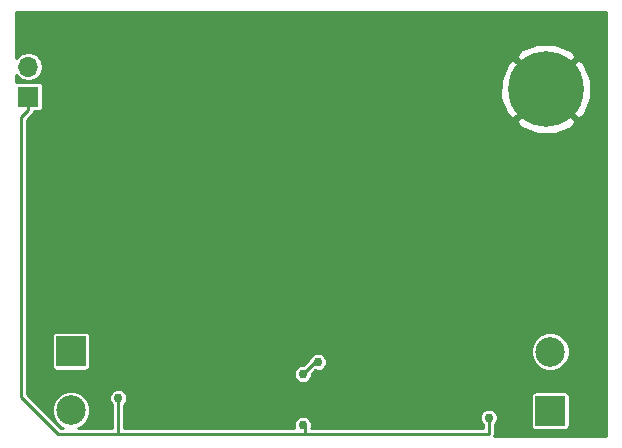
<source format=gbr>
G04 #@! TF.FileFunction,Copper,L2,Bot,Signal*
%FSLAX46Y46*%
G04 Gerber Fmt 4.6, Leading zero omitted, Abs format (unit mm)*
G04 Created by KiCad (PCBNEW 4.0.6) date Mon Mar 27 12:46:35 2017*
%MOMM*%
%LPD*%
G01*
G04 APERTURE LIST*
%ADD10C,0.088900*%
%ADD11R,1.700000X1.700000*%
%ADD12O,1.700000X1.700000*%
%ADD13C,2.500000*%
%ADD14R,2.500000X2.500000*%
%ADD15C,6.400000*%
%ADD16C,0.754380*%
%ADD17C,0.254000*%
G04 APERTURE END LIST*
D10*
D11*
X102870000Y-85090000D03*
D12*
X102870000Y-82550000D03*
D13*
X106476800Y-111654600D03*
D14*
X106476800Y-106654600D03*
D13*
X147066000Y-106680000D03*
D14*
X147066000Y-111680000D03*
D15*
X146685000Y-84455000D03*
D16*
X130625543Y-107596095D03*
X123443649Y-108914684D03*
X131191000Y-94361000D03*
X139192000Y-112522000D03*
X139192000Y-104394000D03*
X114808000Y-104648000D03*
X114681000Y-112268000D03*
X130505200Y-99314001D03*
X124358399Y-96113602D03*
X127381000Y-107569000D03*
X126111000Y-108585000D03*
X126111000Y-112903000D03*
X141859000Y-112268000D03*
X110490000Y-110617000D03*
D17*
X127127000Y-107569000D02*
X127381000Y-107569000D01*
X126111000Y-108585000D02*
X127127000Y-107569000D01*
X126111000Y-113665000D02*
X126365000Y-113665000D01*
X126365000Y-113665000D02*
X128016000Y-113665000D01*
X126318010Y-112983010D02*
X126318010Y-113516437D01*
X126318010Y-113516437D02*
X126365000Y-113563427D01*
X126365000Y-113563427D02*
X126365000Y-113665000D01*
X102870000Y-85090000D02*
X102870000Y-86194000D01*
X102870000Y-86194000D02*
X102235000Y-86829000D01*
X102235000Y-86829000D02*
X102235000Y-92710000D01*
X102235000Y-92710000D02*
X102235000Y-110490000D01*
X141859000Y-112268000D02*
X141859000Y-113665000D01*
X141859000Y-113665000D02*
X128016000Y-113665000D01*
X105410000Y-113665000D02*
X110490000Y-113665000D01*
X110490000Y-113665000D02*
X124714000Y-113665000D01*
X110490000Y-110617000D02*
X110490000Y-113665000D01*
X124714000Y-113665000D02*
X126111000Y-113665000D01*
X104954401Y-113209401D02*
X105410000Y-113665000D01*
X102235000Y-110490000D02*
X104954401Y-113209401D01*
G36*
X151740800Y-113818600D02*
X142336447Y-113818600D01*
X142367000Y-113665000D01*
X142367000Y-112832194D01*
X142501388Y-112698041D01*
X142617058Y-112419475D01*
X142617321Y-112117848D01*
X142502137Y-111839081D01*
X142289041Y-111625612D01*
X142010475Y-111509942D01*
X141708848Y-111509679D01*
X141430081Y-111624863D01*
X141216612Y-111837959D01*
X141100942Y-112116525D01*
X141100679Y-112418152D01*
X141215863Y-112696919D01*
X141351000Y-112832293D01*
X141351000Y-113157000D01*
X126826486Y-113157000D01*
X126869058Y-113054475D01*
X126869321Y-112752848D01*
X126754137Y-112474081D01*
X126541041Y-112260612D01*
X126262475Y-112144942D01*
X125960848Y-112144679D01*
X125682081Y-112259863D01*
X125468612Y-112472959D01*
X125352942Y-112751525D01*
X125352679Y-113053152D01*
X125395588Y-113157000D01*
X110998000Y-113157000D01*
X110998000Y-111181194D01*
X111132388Y-111047041D01*
X111248058Y-110768475D01*
X111248321Y-110466848D01*
X111233096Y-110430000D01*
X145427536Y-110430000D01*
X145427536Y-112930000D01*
X145454103Y-113071190D01*
X145537546Y-113200865D01*
X145664866Y-113287859D01*
X145816000Y-113318464D01*
X148316000Y-113318464D01*
X148457190Y-113291897D01*
X148586865Y-113208454D01*
X148673859Y-113081134D01*
X148704464Y-112930000D01*
X148704464Y-110430000D01*
X148677897Y-110288810D01*
X148594454Y-110159135D01*
X148467134Y-110072141D01*
X148316000Y-110041536D01*
X145816000Y-110041536D01*
X145674810Y-110068103D01*
X145545135Y-110151546D01*
X145458141Y-110278866D01*
X145427536Y-110430000D01*
X111233096Y-110430000D01*
X111133137Y-110188081D01*
X110920041Y-109974612D01*
X110641475Y-109858942D01*
X110339848Y-109858679D01*
X110061081Y-109973863D01*
X109847612Y-110186959D01*
X109731942Y-110465525D01*
X109731679Y-110767152D01*
X109846863Y-111045919D01*
X109982000Y-111181293D01*
X109982000Y-113157000D01*
X107111722Y-113157000D01*
X107399480Y-113038101D01*
X107858688Y-112579693D01*
X108107516Y-111980449D01*
X108108082Y-111331597D01*
X107860301Y-110731920D01*
X107401893Y-110272712D01*
X106802649Y-110023884D01*
X106153797Y-110023318D01*
X105554120Y-110271099D01*
X105094912Y-110729507D01*
X104846084Y-111328751D01*
X104845518Y-111977603D01*
X105093299Y-112577280D01*
X105551707Y-113036488D01*
X105841932Y-113157000D01*
X105620420Y-113157000D01*
X102743000Y-110279580D01*
X102743000Y-108735152D01*
X125352679Y-108735152D01*
X125467863Y-109013919D01*
X125680959Y-109227388D01*
X125959525Y-109343058D01*
X126261152Y-109343321D01*
X126539919Y-109228137D01*
X126753388Y-109015041D01*
X126869058Y-108736475D01*
X126869225Y-108545195D01*
X127129073Y-108285347D01*
X127229525Y-108327058D01*
X127531152Y-108327321D01*
X127809919Y-108212137D01*
X128023388Y-107999041D01*
X128139058Y-107720475D01*
X128139321Y-107418848D01*
X128024137Y-107140081D01*
X127887299Y-107003003D01*
X145434718Y-107003003D01*
X145682499Y-107602680D01*
X146140907Y-108061888D01*
X146740151Y-108310716D01*
X147389003Y-108311282D01*
X147988680Y-108063501D01*
X148447888Y-107605093D01*
X148696716Y-107005849D01*
X148697282Y-106356997D01*
X148449501Y-105757320D01*
X147991093Y-105298112D01*
X147391849Y-105049284D01*
X146742997Y-105048718D01*
X146143320Y-105296499D01*
X145684112Y-105754907D01*
X145435284Y-106354151D01*
X145434718Y-107003003D01*
X127887299Y-107003003D01*
X127811041Y-106926612D01*
X127532475Y-106810942D01*
X127230848Y-106810679D01*
X126952081Y-106925863D01*
X126738612Y-107138959D01*
X126667597Y-107309983D01*
X126150735Y-107826845D01*
X125960848Y-107826679D01*
X125682081Y-107941863D01*
X125468612Y-108154959D01*
X125352942Y-108433525D01*
X125352679Y-108735152D01*
X102743000Y-108735152D01*
X102743000Y-105404600D01*
X104838336Y-105404600D01*
X104838336Y-107904600D01*
X104864903Y-108045790D01*
X104948346Y-108175465D01*
X105075666Y-108262459D01*
X105226800Y-108293064D01*
X107726800Y-108293064D01*
X107867990Y-108266497D01*
X107997665Y-108183054D01*
X108084659Y-108055734D01*
X108115264Y-107904600D01*
X108115264Y-105404600D01*
X108088697Y-105263410D01*
X108005254Y-105133735D01*
X107877934Y-105046741D01*
X107726800Y-105016136D01*
X105226800Y-105016136D01*
X105085610Y-105042703D01*
X104955935Y-105126146D01*
X104868941Y-105253466D01*
X104838336Y-105404600D01*
X102743000Y-105404600D01*
X102743000Y-87195910D01*
X144123695Y-87195910D01*
X144490640Y-87691343D01*
X145896171Y-88284736D01*
X147421793Y-88295087D01*
X148835246Y-87720819D01*
X148879360Y-87691343D01*
X149246305Y-87195910D01*
X146685000Y-84634605D01*
X144123695Y-87195910D01*
X102743000Y-87195910D01*
X102743000Y-87039420D01*
X103229211Y-86553210D01*
X103339331Y-86388403D01*
X103351254Y-86328464D01*
X103720000Y-86328464D01*
X103861190Y-86301897D01*
X103990865Y-86218454D01*
X104077859Y-86091134D01*
X104108464Y-85940000D01*
X104108464Y-85191793D01*
X142844913Y-85191793D01*
X143419181Y-86605246D01*
X143448657Y-86649360D01*
X143944090Y-87016305D01*
X146505395Y-84455000D01*
X146864605Y-84455000D01*
X149425910Y-87016305D01*
X149921343Y-86649360D01*
X150514736Y-85243829D01*
X150525087Y-83718207D01*
X149950819Y-82304754D01*
X149921343Y-82260640D01*
X149425910Y-81893695D01*
X146864605Y-84455000D01*
X146505395Y-84455000D01*
X143944090Y-81893695D01*
X143448657Y-82260640D01*
X142855264Y-83666171D01*
X142844913Y-85191793D01*
X104108464Y-85191793D01*
X104108464Y-84240000D01*
X104081897Y-84098810D01*
X103998454Y-83969135D01*
X103871134Y-83882141D01*
X103720000Y-83851536D01*
X102020000Y-83851536D01*
X101878810Y-83878103D01*
X101852800Y-83894840D01*
X101852800Y-83236912D01*
X101975435Y-83420448D01*
X102374800Y-83687296D01*
X102845883Y-83781000D01*
X102894117Y-83781000D01*
X103365200Y-83687296D01*
X103764565Y-83420448D01*
X104031413Y-83021083D01*
X104125117Y-82550000D01*
X104031413Y-82078917D01*
X103787643Y-81714090D01*
X144123695Y-81714090D01*
X146685000Y-84275395D01*
X149246305Y-81714090D01*
X148879360Y-81218657D01*
X147473829Y-80625264D01*
X145948207Y-80614913D01*
X144534754Y-81189181D01*
X144490640Y-81218657D01*
X144123695Y-81714090D01*
X103787643Y-81714090D01*
X103764565Y-81679552D01*
X103365200Y-81412704D01*
X102894117Y-81319000D01*
X102845883Y-81319000D01*
X102374800Y-81412704D01*
X101975435Y-81679552D01*
X101852800Y-81863088D01*
X101852800Y-77926000D01*
X151740800Y-77926000D01*
X151740800Y-113818600D01*
X151740800Y-113818600D01*
G37*
X151740800Y-113818600D02*
X142336447Y-113818600D01*
X142367000Y-113665000D01*
X142367000Y-112832194D01*
X142501388Y-112698041D01*
X142617058Y-112419475D01*
X142617321Y-112117848D01*
X142502137Y-111839081D01*
X142289041Y-111625612D01*
X142010475Y-111509942D01*
X141708848Y-111509679D01*
X141430081Y-111624863D01*
X141216612Y-111837959D01*
X141100942Y-112116525D01*
X141100679Y-112418152D01*
X141215863Y-112696919D01*
X141351000Y-112832293D01*
X141351000Y-113157000D01*
X126826486Y-113157000D01*
X126869058Y-113054475D01*
X126869321Y-112752848D01*
X126754137Y-112474081D01*
X126541041Y-112260612D01*
X126262475Y-112144942D01*
X125960848Y-112144679D01*
X125682081Y-112259863D01*
X125468612Y-112472959D01*
X125352942Y-112751525D01*
X125352679Y-113053152D01*
X125395588Y-113157000D01*
X110998000Y-113157000D01*
X110998000Y-111181194D01*
X111132388Y-111047041D01*
X111248058Y-110768475D01*
X111248321Y-110466848D01*
X111233096Y-110430000D01*
X145427536Y-110430000D01*
X145427536Y-112930000D01*
X145454103Y-113071190D01*
X145537546Y-113200865D01*
X145664866Y-113287859D01*
X145816000Y-113318464D01*
X148316000Y-113318464D01*
X148457190Y-113291897D01*
X148586865Y-113208454D01*
X148673859Y-113081134D01*
X148704464Y-112930000D01*
X148704464Y-110430000D01*
X148677897Y-110288810D01*
X148594454Y-110159135D01*
X148467134Y-110072141D01*
X148316000Y-110041536D01*
X145816000Y-110041536D01*
X145674810Y-110068103D01*
X145545135Y-110151546D01*
X145458141Y-110278866D01*
X145427536Y-110430000D01*
X111233096Y-110430000D01*
X111133137Y-110188081D01*
X110920041Y-109974612D01*
X110641475Y-109858942D01*
X110339848Y-109858679D01*
X110061081Y-109973863D01*
X109847612Y-110186959D01*
X109731942Y-110465525D01*
X109731679Y-110767152D01*
X109846863Y-111045919D01*
X109982000Y-111181293D01*
X109982000Y-113157000D01*
X107111722Y-113157000D01*
X107399480Y-113038101D01*
X107858688Y-112579693D01*
X108107516Y-111980449D01*
X108108082Y-111331597D01*
X107860301Y-110731920D01*
X107401893Y-110272712D01*
X106802649Y-110023884D01*
X106153797Y-110023318D01*
X105554120Y-110271099D01*
X105094912Y-110729507D01*
X104846084Y-111328751D01*
X104845518Y-111977603D01*
X105093299Y-112577280D01*
X105551707Y-113036488D01*
X105841932Y-113157000D01*
X105620420Y-113157000D01*
X102743000Y-110279580D01*
X102743000Y-108735152D01*
X125352679Y-108735152D01*
X125467863Y-109013919D01*
X125680959Y-109227388D01*
X125959525Y-109343058D01*
X126261152Y-109343321D01*
X126539919Y-109228137D01*
X126753388Y-109015041D01*
X126869058Y-108736475D01*
X126869225Y-108545195D01*
X127129073Y-108285347D01*
X127229525Y-108327058D01*
X127531152Y-108327321D01*
X127809919Y-108212137D01*
X128023388Y-107999041D01*
X128139058Y-107720475D01*
X128139321Y-107418848D01*
X128024137Y-107140081D01*
X127887299Y-107003003D01*
X145434718Y-107003003D01*
X145682499Y-107602680D01*
X146140907Y-108061888D01*
X146740151Y-108310716D01*
X147389003Y-108311282D01*
X147988680Y-108063501D01*
X148447888Y-107605093D01*
X148696716Y-107005849D01*
X148697282Y-106356997D01*
X148449501Y-105757320D01*
X147991093Y-105298112D01*
X147391849Y-105049284D01*
X146742997Y-105048718D01*
X146143320Y-105296499D01*
X145684112Y-105754907D01*
X145435284Y-106354151D01*
X145434718Y-107003003D01*
X127887299Y-107003003D01*
X127811041Y-106926612D01*
X127532475Y-106810942D01*
X127230848Y-106810679D01*
X126952081Y-106925863D01*
X126738612Y-107138959D01*
X126667597Y-107309983D01*
X126150735Y-107826845D01*
X125960848Y-107826679D01*
X125682081Y-107941863D01*
X125468612Y-108154959D01*
X125352942Y-108433525D01*
X125352679Y-108735152D01*
X102743000Y-108735152D01*
X102743000Y-105404600D01*
X104838336Y-105404600D01*
X104838336Y-107904600D01*
X104864903Y-108045790D01*
X104948346Y-108175465D01*
X105075666Y-108262459D01*
X105226800Y-108293064D01*
X107726800Y-108293064D01*
X107867990Y-108266497D01*
X107997665Y-108183054D01*
X108084659Y-108055734D01*
X108115264Y-107904600D01*
X108115264Y-105404600D01*
X108088697Y-105263410D01*
X108005254Y-105133735D01*
X107877934Y-105046741D01*
X107726800Y-105016136D01*
X105226800Y-105016136D01*
X105085610Y-105042703D01*
X104955935Y-105126146D01*
X104868941Y-105253466D01*
X104838336Y-105404600D01*
X102743000Y-105404600D01*
X102743000Y-87195910D01*
X144123695Y-87195910D01*
X144490640Y-87691343D01*
X145896171Y-88284736D01*
X147421793Y-88295087D01*
X148835246Y-87720819D01*
X148879360Y-87691343D01*
X149246305Y-87195910D01*
X146685000Y-84634605D01*
X144123695Y-87195910D01*
X102743000Y-87195910D01*
X102743000Y-87039420D01*
X103229211Y-86553210D01*
X103339331Y-86388403D01*
X103351254Y-86328464D01*
X103720000Y-86328464D01*
X103861190Y-86301897D01*
X103990865Y-86218454D01*
X104077859Y-86091134D01*
X104108464Y-85940000D01*
X104108464Y-85191793D01*
X142844913Y-85191793D01*
X143419181Y-86605246D01*
X143448657Y-86649360D01*
X143944090Y-87016305D01*
X146505395Y-84455000D01*
X146864605Y-84455000D01*
X149425910Y-87016305D01*
X149921343Y-86649360D01*
X150514736Y-85243829D01*
X150525087Y-83718207D01*
X149950819Y-82304754D01*
X149921343Y-82260640D01*
X149425910Y-81893695D01*
X146864605Y-84455000D01*
X146505395Y-84455000D01*
X143944090Y-81893695D01*
X143448657Y-82260640D01*
X142855264Y-83666171D01*
X142844913Y-85191793D01*
X104108464Y-85191793D01*
X104108464Y-84240000D01*
X104081897Y-84098810D01*
X103998454Y-83969135D01*
X103871134Y-83882141D01*
X103720000Y-83851536D01*
X102020000Y-83851536D01*
X101878810Y-83878103D01*
X101852800Y-83894840D01*
X101852800Y-83236912D01*
X101975435Y-83420448D01*
X102374800Y-83687296D01*
X102845883Y-83781000D01*
X102894117Y-83781000D01*
X103365200Y-83687296D01*
X103764565Y-83420448D01*
X104031413Y-83021083D01*
X104125117Y-82550000D01*
X104031413Y-82078917D01*
X103787643Y-81714090D01*
X144123695Y-81714090D01*
X146685000Y-84275395D01*
X149246305Y-81714090D01*
X148879360Y-81218657D01*
X147473829Y-80625264D01*
X145948207Y-80614913D01*
X144534754Y-81189181D01*
X144490640Y-81218657D01*
X144123695Y-81714090D01*
X103787643Y-81714090D01*
X103764565Y-81679552D01*
X103365200Y-81412704D01*
X102894117Y-81319000D01*
X102845883Y-81319000D01*
X102374800Y-81412704D01*
X101975435Y-81679552D01*
X101852800Y-81863088D01*
X101852800Y-77926000D01*
X151740800Y-77926000D01*
X151740800Y-113818600D01*
M02*

</source>
